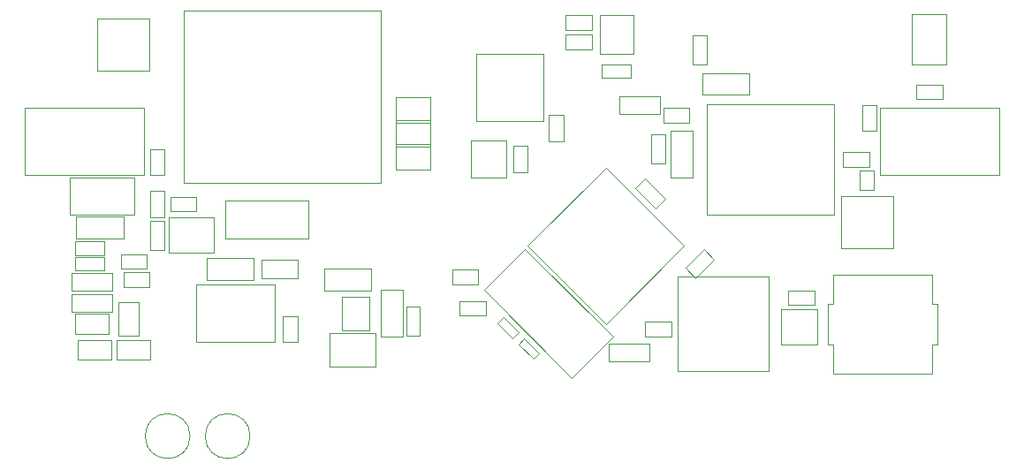
<source format=gbr>
G04 #@! TF.GenerationSoftware,KiCad,Pcbnew,(5.0.1-3-g963ef8bb5)*
G04 #@! TF.CreationDate,2020-05-04T17:29:04+02:00*
G04 #@! TF.ProjectId,trackix,747261636B69782E6B696361645F7063,rev?*
G04 #@! TF.SameCoordinates,Original*
G04 #@! TF.FileFunction,Other,User*
%FSLAX46Y46*%
G04 Gerber Fmt 4.6, Leading zero omitted, Abs format (unit mm)*
G04 Created by KiCad (PCBNEW (5.0.1-3-g963ef8bb5)) date 2020 May 04, Monday 17:29:04*
%MOMM*%
%LPD*%
G01*
G04 APERTURE LIST*
%ADD10C,0.050000*%
G04 APERTURE END LIST*
D10*
G04 #@! TO.C,U1*
X113500000Y-65745332D02*
X120995332Y-58250000D01*
X106004668Y-58250000D02*
X113500000Y-50754668D01*
X113500000Y-50754668D02*
X120995332Y-58250000D01*
X106004668Y-58250000D02*
X113500000Y-65745332D01*
G04 #@! TO.C,D4*
X69250000Y-51500000D02*
X69250000Y-45050000D01*
X57800000Y-51500000D02*
X69250000Y-51500000D01*
X57800000Y-45050000D02*
X57800000Y-51500000D01*
X69250000Y-45050000D02*
X57800000Y-45050000D01*
G04 #@! TO.C,D5*
X139750000Y-51450000D02*
X151200000Y-51450000D01*
X151200000Y-51450000D02*
X151200000Y-45000000D01*
X151200000Y-45000000D02*
X139750000Y-45000000D01*
X139750000Y-45000000D02*
X139750000Y-51450000D01*
G04 #@! TO.C,D6*
X107500000Y-39846001D02*
X101050000Y-39846001D01*
X107500000Y-46346001D02*
X107500000Y-39846001D01*
X101050000Y-46346001D02*
X107500000Y-46346001D01*
X101050000Y-39846001D02*
X101050000Y-46346001D01*
G04 #@! TO.C,J3*
X64750000Y-41500000D02*
X69750000Y-41500000D01*
X69750000Y-41500000D02*
X69750000Y-36500000D01*
X69750000Y-36500000D02*
X64750000Y-36500000D01*
X64750000Y-36500000D02*
X64750000Y-41500000D01*
G04 #@! TO.C,U5*
X91950000Y-35750000D02*
X91950000Y-52250000D01*
X91950000Y-35750000D02*
X73050000Y-35750000D01*
X73050000Y-52250000D02*
X73050000Y-35750000D01*
X91950000Y-52250000D02*
X73050000Y-52250000D01*
G04 #@! TO.C,H1*
X73650000Y-76500000D02*
G75*
G03X73650000Y-76500000I-2150000J0D01*
G01*
G04 #@! TO.C,H2*
X79400000Y-76500000D02*
G75*
G03X79400000Y-76500000I-2150000J0D01*
G01*
G04 #@! TO.C,BZ1*
X144750000Y-61000000D02*
X144750000Y-63800000D01*
X144750000Y-63800000D02*
X145250000Y-63800000D01*
X145250000Y-63800000D02*
X145250000Y-67700000D01*
X144750000Y-67700000D02*
X145250000Y-67700000D01*
X144750000Y-67700000D02*
X144750000Y-70500000D01*
X135250000Y-67700000D02*
X134750000Y-67700000D01*
X135250000Y-67700000D02*
X135250000Y-70500000D01*
X135250000Y-61000000D02*
X135250000Y-63800000D01*
X144750000Y-70500000D02*
X135250000Y-70500000D01*
X135250000Y-61000000D02*
X144750000Y-61000000D01*
X135250000Y-63800000D02*
X134750000Y-63800000D01*
X134750000Y-63800000D02*
X134750000Y-67700000D01*
G04 #@! TO.C,C1*
X84000000Y-61370000D02*
X80500000Y-61370000D01*
X84000000Y-61370000D02*
X84000000Y-59620000D01*
X80500000Y-59620000D02*
X80500000Y-61370000D01*
X80500000Y-59620000D02*
X84000000Y-59620000D01*
G04 #@! TO.C,C2*
X67250000Y-57550000D02*
X62750000Y-57550000D01*
X67250000Y-57550000D02*
X67250000Y-55450000D01*
X62750000Y-55450000D02*
X62750000Y-57550000D01*
X62750000Y-55450000D02*
X67250000Y-55450000D01*
G04 #@! TO.C,C3*
X69850000Y-58650000D02*
X69850000Y-55850000D01*
X69850000Y-58650000D02*
X71150000Y-58650000D01*
X71150000Y-55850000D02*
X69850000Y-55850000D01*
X71150000Y-55850000D02*
X71150000Y-58650000D01*
G04 #@! TO.C,C4*
X119700000Y-51750000D02*
X119700000Y-47250000D01*
X119700000Y-51750000D02*
X121800000Y-51750000D01*
X121800000Y-47250000D02*
X119700000Y-47250000D01*
X121800000Y-47250000D02*
X121800000Y-51750000D01*
G04 #@! TO.C,C5*
X117850000Y-50400000D02*
X117850000Y-47600000D01*
X117850000Y-50400000D02*
X119150000Y-50400000D01*
X119150000Y-47600000D02*
X117850000Y-47600000D01*
X119150000Y-47600000D02*
X119150000Y-50400000D01*
G04 #@! TO.C,C6*
X127250000Y-43800000D02*
X122750000Y-43800000D01*
X127250000Y-43800000D02*
X127250000Y-41700000D01*
X122750000Y-41700000D02*
X122750000Y-43800000D01*
X122750000Y-41700000D02*
X127250000Y-41700000D01*
G04 #@! TO.C,C7*
X123150000Y-38100000D02*
X123150000Y-40900000D01*
X123150000Y-38100000D02*
X121850000Y-38100000D01*
X121850000Y-40900000D02*
X123150000Y-40900000D01*
X121850000Y-40900000D02*
X121850000Y-38100000D01*
G04 #@! TO.C,C8*
X117219670Y-51800431D02*
X119199569Y-53780330D01*
X117219670Y-51800431D02*
X116300431Y-52719670D01*
X118280330Y-54699569D02*
X119199569Y-53780330D01*
X118280330Y-54699569D02*
X116300431Y-52719670D01*
G04 #@! TO.C,C9*
X86500000Y-60450000D02*
X91000000Y-60450000D01*
X86500000Y-60450000D02*
X86500000Y-62550000D01*
X91000000Y-62550000D02*
X91000000Y-60450000D01*
X91000000Y-62550000D02*
X86500000Y-62550000D01*
G04 #@! TO.C,C10*
X106535355Y-69101040D02*
X105121142Y-67686827D01*
X106535355Y-69101040D02*
X107101040Y-68535355D01*
X105686827Y-67121142D02*
X105121142Y-67686827D01*
X105686827Y-67121142D02*
X107101040Y-68535355D01*
G04 #@! TO.C,C11*
X104535355Y-67101040D02*
X103121142Y-65686827D01*
X104535355Y-67101040D02*
X105101040Y-66535355D01*
X103686827Y-65121142D02*
X103121142Y-65686827D01*
X103686827Y-65121142D02*
X105101040Y-66535355D01*
G04 #@! TO.C,C12*
X91950000Y-67000000D02*
X91950000Y-62500000D01*
X91950000Y-67000000D02*
X94050000Y-67000000D01*
X94050000Y-62500000D02*
X91950000Y-62500000D01*
X94050000Y-62500000D02*
X94050000Y-67000000D01*
G04 #@! TO.C,C13*
X62600000Y-57850000D02*
X65400000Y-57850000D01*
X62600000Y-57850000D02*
X62600000Y-59150000D01*
X65400000Y-59150000D02*
X65400000Y-57850000D01*
X65400000Y-59150000D02*
X62600000Y-59150000D01*
G04 #@! TO.C,C14*
X65400000Y-60650000D02*
X62600000Y-60650000D01*
X65400000Y-60650000D02*
X65400000Y-59350000D01*
X62600000Y-59350000D02*
X62600000Y-60650000D01*
X62600000Y-59350000D02*
X65400000Y-59350000D01*
G04 #@! TO.C,C15*
X79750000Y-61550000D02*
X75250000Y-61550000D01*
X79750000Y-61550000D02*
X79750000Y-59450000D01*
X75250000Y-59450000D02*
X75250000Y-61550000D01*
X75250000Y-59450000D02*
X79750000Y-59450000D01*
G04 #@! TO.C,C16*
X95650000Y-64100000D02*
X95650000Y-66900000D01*
X95650000Y-64100000D02*
X94350000Y-64100000D01*
X94350000Y-66900000D02*
X95650000Y-66900000D01*
X94350000Y-66900000D02*
X94350000Y-64100000D01*
G04 #@! TO.C,C17*
X113100000Y-40850000D02*
X115900000Y-40850000D01*
X113100000Y-40850000D02*
X113100000Y-42150000D01*
X115900000Y-42150000D02*
X115900000Y-40850000D01*
X115900000Y-42150000D02*
X113100000Y-42150000D01*
G04 #@! TO.C,D1*
X118700000Y-43900000D02*
X118700000Y-45600000D01*
X118700000Y-45600000D02*
X114800000Y-45600000D01*
X114800000Y-45600000D02*
X114800000Y-43900000D01*
X114800000Y-43900000D02*
X118700000Y-43900000D01*
G04 #@! TO.C,D2*
X117700000Y-69350000D02*
X113800000Y-69350000D01*
X117700000Y-67650000D02*
X117700000Y-69350000D01*
X113800000Y-67650000D02*
X117700000Y-67650000D01*
X113800000Y-69350000D02*
X113800000Y-67650000D01*
G04 #@! TO.C,D3*
X66100000Y-69200000D02*
X66100000Y-67300000D01*
X66100000Y-67300000D02*
X62900000Y-67300000D01*
X62900000Y-69200000D02*
X62900000Y-67300000D01*
X66100000Y-69200000D02*
X62900000Y-69200000D01*
G04 #@! TO.C,D7*
X62276464Y-64577980D02*
X62276464Y-62877980D01*
X62276464Y-62877980D02*
X66176464Y-62877980D01*
X66176464Y-62877980D02*
X66176464Y-64577980D01*
X66176464Y-64577980D02*
X62276464Y-64577980D01*
G04 #@! TO.C,D8*
X66176464Y-62577980D02*
X62276464Y-62577980D01*
X66176464Y-60877980D02*
X66176464Y-62577980D01*
X62276464Y-60877980D02*
X66176464Y-60877980D01*
X62276464Y-62577980D02*
X62276464Y-60877980D01*
G04 #@! TO.C,D9*
X66650000Y-67300000D02*
X69850000Y-67300000D01*
X69850000Y-67300000D02*
X69850000Y-69200000D01*
X66650000Y-69200000D02*
X69850000Y-69200000D01*
X66650000Y-67300000D02*
X66650000Y-69200000D01*
G04 #@! TO.C,D10*
X62650000Y-64800000D02*
X62650000Y-66700000D01*
X62650000Y-66700000D02*
X65850000Y-66700000D01*
X65850000Y-64800000D02*
X65850000Y-66700000D01*
X62650000Y-64800000D02*
X65850000Y-64800000D01*
G04 #@! TO.C,D11*
X66800000Y-66875000D02*
X66800000Y-63675000D01*
X66800000Y-63675000D02*
X68700000Y-63675000D01*
X68700000Y-66875000D02*
X68700000Y-63675000D01*
X66800000Y-66875000D02*
X68700000Y-66875000D01*
G04 #@! TO.C,IC2*
X81750000Y-62000000D02*
X74250000Y-62000000D01*
X81750000Y-67500000D02*
X74250000Y-67500000D01*
X74250000Y-67500000D02*
X74250000Y-62000000D01*
X81750000Y-67500000D02*
X81750000Y-62000000D01*
G04 #@! TO.C,J2*
X136000000Y-58500000D02*
X141000000Y-58500000D01*
X136000000Y-53500000D02*
X136000000Y-58500000D01*
X141000000Y-53500000D02*
X136000000Y-53500000D01*
X141000000Y-58500000D02*
X141000000Y-53500000D01*
G04 #@! TO.C,J4*
X120400000Y-61200000D02*
X120400000Y-70300000D01*
X129100000Y-61200000D02*
X120400000Y-61200000D01*
X129100000Y-70300000D02*
X129100000Y-61200000D01*
X120400000Y-70300000D02*
X129100000Y-70300000D01*
G04 #@! TO.C,L1*
X139150000Y-52950000D02*
X137850000Y-52950000D01*
X139150000Y-51050000D02*
X137850000Y-51050000D01*
X137850000Y-51050000D02*
X137850000Y-52950000D01*
X139150000Y-51050000D02*
X139150000Y-52950000D01*
G04 #@! TO.C,L2*
X91450000Y-66650000D02*
X91450000Y-69850000D01*
X87050000Y-66650000D02*
X87050000Y-69850000D01*
X87050000Y-69850000D02*
X91450000Y-69850000D01*
X87050000Y-66650000D02*
X91450000Y-66650000D01*
G04 #@! TO.C,Q1*
X133750000Y-64300000D02*
X133750000Y-67700000D01*
X133750000Y-67700000D02*
X130250000Y-67700000D01*
X130250000Y-67700000D02*
X130250000Y-64300000D01*
X130250000Y-64300000D02*
X133750000Y-64300000D01*
G04 #@! TO.C,Q3*
X77050000Y-57550000D02*
X84950000Y-57550000D01*
X77050000Y-53950000D02*
X84950000Y-53950000D01*
X84950000Y-53950000D02*
X84950000Y-57550000D01*
X77050000Y-53950000D02*
X77050000Y-57550000D01*
G04 #@! TO.C,Q5*
X103989926Y-48205010D02*
X103989926Y-51705010D01*
X100589926Y-48205010D02*
X103989926Y-48205010D01*
X100589926Y-51705010D02*
X100589926Y-48205010D01*
X103989926Y-51705010D02*
X100589926Y-51705010D01*
G04 #@! TO.C,R1*
X69800000Y-55500000D02*
X69800000Y-53000000D01*
X69800000Y-55500000D02*
X71200000Y-55500000D01*
X71200000Y-53000000D02*
X69800000Y-53000000D01*
X71200000Y-53000000D02*
X71200000Y-55500000D01*
G04 #@! TO.C,R2*
X74250000Y-54950000D02*
X71750000Y-54950000D01*
X74250000Y-54950000D02*
X74250000Y-53550000D01*
X71750000Y-53550000D02*
X71750000Y-54950000D01*
X71750000Y-53550000D02*
X74250000Y-53550000D01*
G04 #@! TO.C,R5*
X133500000Y-63950000D02*
X131000000Y-63950000D01*
X133500000Y-63950000D02*
X133500000Y-62550000D01*
X131000000Y-62550000D02*
X131000000Y-63950000D01*
X131000000Y-62550000D02*
X133500000Y-62550000D01*
G04 #@! TO.C,R6*
X145750000Y-44200000D02*
X143250000Y-44200000D01*
X145750000Y-44200000D02*
X145750000Y-42800000D01*
X143250000Y-42800000D02*
X143250000Y-44200000D01*
X143250000Y-42800000D02*
X145750000Y-42800000D01*
G04 #@! TO.C,R7*
X117250000Y-65550000D02*
X119750000Y-65550000D01*
X117250000Y-65550000D02*
X117250000Y-66950000D01*
X119750000Y-66950000D02*
X119750000Y-65550000D01*
X119750000Y-66950000D02*
X117250000Y-66950000D01*
G04 #@! TO.C,R8*
X112130182Y-39434873D02*
X109630182Y-39434873D01*
X112130182Y-39434873D02*
X112130182Y-38034873D01*
X109630182Y-38034873D02*
X109630182Y-39434873D01*
X109630182Y-38034873D02*
X112130182Y-38034873D01*
G04 #@! TO.C,R9*
X104589926Y-51205010D02*
X104589926Y-48705010D01*
X104589926Y-51205010D02*
X105989926Y-51205010D01*
X105989926Y-48705010D02*
X104589926Y-48705010D01*
X105989926Y-48705010D02*
X105989926Y-51205010D01*
G04 #@! TO.C,R10*
X69800000Y-51500000D02*
X69800000Y-49000000D01*
X69800000Y-51500000D02*
X71200000Y-51500000D01*
X71200000Y-49000000D02*
X69800000Y-49000000D01*
X71200000Y-49000000D02*
X71200000Y-51500000D01*
G04 #@! TO.C,R11*
X138050000Y-47250000D02*
X138050000Y-44750000D01*
X138050000Y-47250000D02*
X139450000Y-47250000D01*
X139450000Y-44750000D02*
X138050000Y-44750000D01*
X139450000Y-44750000D02*
X139450000Y-47250000D01*
G04 #@! TO.C,R12*
X108050000Y-48250000D02*
X108050000Y-45750000D01*
X108050000Y-48250000D02*
X109450000Y-48250000D01*
X109450000Y-45750000D02*
X108050000Y-45750000D01*
X109450000Y-45750000D02*
X109450000Y-48250000D01*
G04 #@! TO.C,R13*
X67250000Y-60800000D02*
X69750000Y-60800000D01*
X67250000Y-60800000D02*
X67250000Y-62200000D01*
X69750000Y-62200000D02*
X69750000Y-60800000D01*
X69750000Y-62200000D02*
X67250000Y-62200000D01*
G04 #@! TO.C,R14*
X67000000Y-59050000D02*
X69500000Y-59050000D01*
X67000000Y-59050000D02*
X67000000Y-60450000D01*
X69500000Y-60450000D02*
X69500000Y-59050000D01*
X69500000Y-60450000D02*
X67000000Y-60450000D01*
G04 #@! TO.C,R15*
X82550000Y-67500000D02*
X82550000Y-65000000D01*
X82550000Y-67500000D02*
X83950000Y-67500000D01*
X83950000Y-65000000D02*
X82550000Y-65000000D01*
X83950000Y-65000000D02*
X83950000Y-67500000D01*
G04 #@! TO.C,R16*
X121121142Y-60388909D02*
X122888909Y-58621142D01*
X121121142Y-60388909D02*
X122111091Y-61378858D01*
X123878858Y-59611091D02*
X122888909Y-58621142D01*
X123878858Y-59611091D02*
X122111091Y-61378858D01*
G04 #@! TO.C,R17*
X136250000Y-49300000D02*
X138750000Y-49300000D01*
X136250000Y-49300000D02*
X136250000Y-50700000D01*
X138750000Y-50700000D02*
X138750000Y-49300000D01*
X138750000Y-50700000D02*
X136250000Y-50700000D01*
G04 #@! TO.C,R18*
X119000000Y-45050000D02*
X121500000Y-45050000D01*
X119000000Y-45050000D02*
X119000000Y-46450000D01*
X121500000Y-46450000D02*
X121500000Y-45050000D01*
X121500000Y-46450000D02*
X119000000Y-46450000D01*
G04 #@! TO.C,R19*
X101250000Y-61950000D02*
X98750000Y-61950000D01*
X101250000Y-61950000D02*
X101250000Y-60550000D01*
X98750000Y-60550000D02*
X98750000Y-61950000D01*
X98750000Y-60550000D02*
X101250000Y-60550000D01*
G04 #@! TO.C,R20*
X102000000Y-64950000D02*
X99500000Y-64950000D01*
X102000000Y-64950000D02*
X102000000Y-63550000D01*
X99500000Y-63550000D02*
X99500000Y-64950000D01*
X99500000Y-63550000D02*
X102000000Y-63550000D01*
G04 #@! TO.C,R21*
X109630182Y-36183606D02*
X112130182Y-36183606D01*
X109630182Y-36183606D02*
X109630182Y-37583606D01*
X112130182Y-37583606D02*
X112130182Y-36183606D01*
X112130182Y-37583606D02*
X109630182Y-37583606D01*
G04 #@! TO.C,reset1*
X146150000Y-36100000D02*
X142850000Y-36100000D01*
X146150000Y-40900000D02*
X146150000Y-36100000D01*
X142850000Y-40900000D02*
X146150000Y-40900000D01*
X142850000Y-36100000D02*
X142850000Y-40900000D01*
G04 #@! TO.C,U2*
X135350000Y-44700000D02*
X123150000Y-44700000D01*
X123150000Y-44700000D02*
X123150000Y-55300000D01*
X123150000Y-55300000D02*
X135350000Y-55300000D01*
X135350000Y-55300000D02*
X135350000Y-44700000D01*
G04 #@! TO.C,U3*
X71580000Y-55550000D02*
X75920000Y-55550000D01*
X71580000Y-55550000D02*
X71580000Y-58950000D01*
X75920000Y-58950000D02*
X75920000Y-55550000D01*
X75920000Y-58950000D02*
X71580000Y-58950000D01*
G04 #@! TO.C,U4*
X88200000Y-66360000D02*
X88200000Y-63140000D01*
X88200000Y-63140000D02*
X90800000Y-63140000D01*
X90800000Y-63140000D02*
X90800000Y-66360000D01*
X90800000Y-66360000D02*
X88200000Y-66360000D01*
G04 #@! TO.C,U6*
X116115302Y-39834873D02*
X112915302Y-39834873D01*
X116115302Y-36134873D02*
X116115302Y-39834873D01*
X112915302Y-36134873D02*
X116115302Y-36134873D01*
X112915302Y-39834873D02*
X112915302Y-36134873D01*
G04 #@! TO.C,J1*
X68300000Y-55300000D02*
X68300000Y-51700000D01*
X62150000Y-55300000D02*
X68300000Y-55300000D01*
X62150000Y-51700000D02*
X62150000Y-55300000D01*
X68300000Y-51700000D02*
X62150000Y-51700000D01*
G04 #@! TO.C,JP1*
X96650000Y-46500000D02*
X93350000Y-46500000D01*
X96650000Y-46500000D02*
X96650000Y-44000000D01*
X93350000Y-44000000D02*
X93350000Y-46500000D01*
X93350000Y-44000000D02*
X96650000Y-44000000D01*
G04 #@! TO.C,JP3*
X96650000Y-48750000D02*
X93350000Y-48750000D01*
X96650000Y-48750000D02*
X96650000Y-46250000D01*
X93350000Y-46250000D02*
X93350000Y-48750000D01*
X93350000Y-46250000D02*
X96650000Y-46250000D01*
G04 #@! TO.C,JP4*
X93350000Y-48500000D02*
X96650000Y-48500000D01*
X93350000Y-48500000D02*
X93350000Y-51000000D01*
X96650000Y-51000000D02*
X96650000Y-48500000D01*
X96650000Y-51000000D02*
X93350000Y-51000000D01*
G04 #@! TO.C,8MHz1*
X114169596Y-66959798D02*
X105755025Y-58545227D01*
X110209798Y-70919596D02*
X114169596Y-66959798D01*
X101795227Y-62505025D02*
X110209798Y-70919596D01*
X105755025Y-58545227D02*
X101795227Y-62505025D01*
G04 #@! TD*
M02*

</source>
